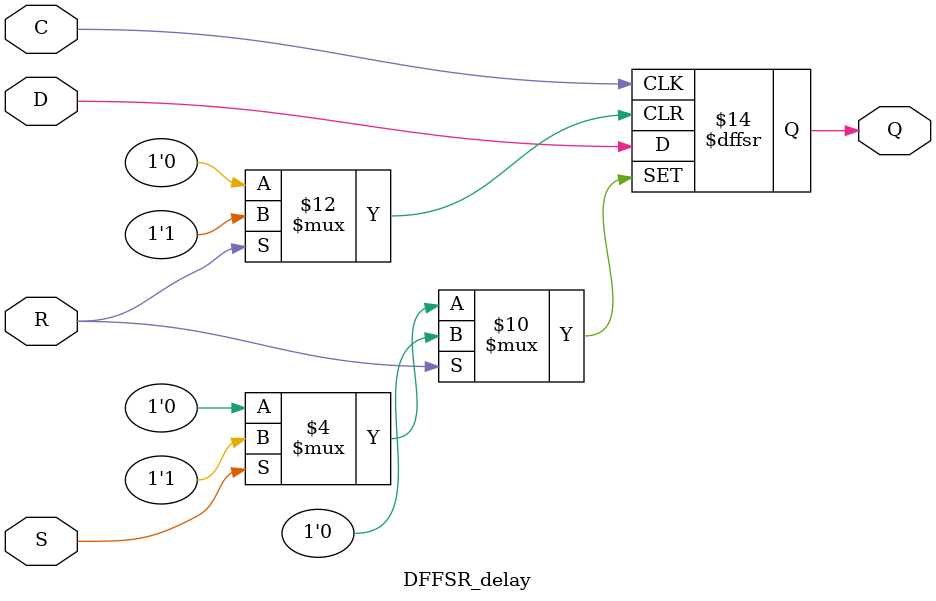
<source format=v>

module BUF_delay(A, Y);
input A;
output Y;
// parameter PwrC = 4;
// always @(posedge Y or negedge Y) begin
//   letest.m1.PwrCntr[PwrC] = letest.m1.PwrCntr[PwrC] + 1;
// end // end counter
assign #(8:8:9) Y = A;
endmodule

module NOT_delay(A, Y);
input A;
output Y;
parameter PwrC = 4;
always @(posedge Y or negedge Y) begin
  letest.m1.PwrCntr[PwrC] = letest.m1.PwrCntr[PwrC] + 1;
end // end counter
assign #(8:8:9) Y = ~A;
endmodule

module NAND_delay(A, B, Y);
input A, B;
output Y;
parameter PwrC = 4;
always @(posedge Y or negedge Y) begin
  letest.m1.PwrCntr[PwrC] = letest.m1.PwrCntr[PwrC] + 1;
end // end counter
assign #(8:8:9) Y = ~(A & B);
endmodule

module NOR_delay(A, B, Y);
input A, B;
output Y;
parameter PwrC = 4;
always @(posedge Y or negedge Y) begin
  letest.m1.PwrCntr[PwrC] = letest.m1.PwrCntr[PwrC] + 1;
end // end counter
assign #(8:8:9) Y = ~(A | B);
endmodule

module DFF_delay(C, D, Q);
input C, D;
output reg Q;
// parameter PwrC = 4;
// always @(posedge Q or negedge Q) begin
//   letest.m1.PwrCntr[PwrC] = letest.m1.PwrCntr[PwrC] + 1;
// end // end counter
always @(posedge C)
	Q <= #15 D;
endmodule

module DFFSR_delay(C, D, Q, S, R);
input C, D, S, R;
output reg Q;
always @(posedge C, posedge S, posedge R)
	if (S)
		Q <= #15 1'b1;
	else if (R)
		Q <= #15 1'b0;
	else
		Q <= #15 D;

// parameter PwrC = 4;
// always @(posedge Q or negedge Q) begin
//   letest.m1.PwrCntr[PwrC] = letest.m1.PwrCntr[PwrC] + 1;
// end // end counter
endmodule

</source>
